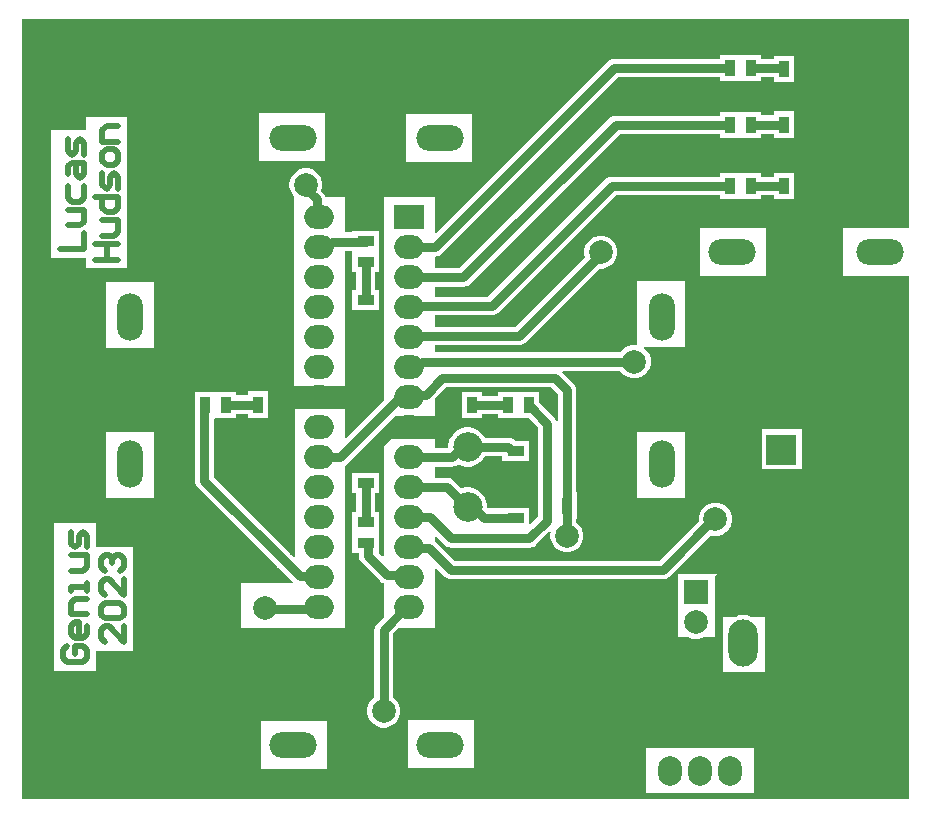
<source format=gtl>
%FSTAX24Y24*%
%MOMM*%
%SFA1B1*%

%IPPOS*%
%ADD10R,1.449997X0.899998*%
%ADD11R,0.899998X1.449997*%
%ADD12C,0.759998*%
%ADD13C,0.499999*%
%ADD14O,2.199996X3.999992*%
%ADD15C,1.999996*%
%ADD16R,1.999996X1.999996*%
%ADD17O,2.499995X3.999992*%
%ADD18O,3.999992X2.499995*%
%ADD19O,2.499995X1.999996*%
%ADD20R,2.499995X1.999996*%
%ADD21O,3.999992X2.199996*%
%ADD22C,2.499995*%
%ADD23R,2.499995X2.499995*%
%ADD24O,1.999996X2.499995*%
%ADD25C,3.499993*%
%LNpcb-1*%
%LPD*%
G36*
X750599Y483999D02*
X694699D01*
Y443399*
X750599*
Y0*
X0*
Y6604*
X750599*
Y483999*
G37*
%LNpcb-2*%
%LPC*%
G36*
X607699Y630599D02*
D01*
X607499*
X590699*
Y627199*
X501199*
X499199Y626899*
X497299Y626199*
X495699Y624899*
X350399Y479699*
X349199Y480199*
Y510499*
X306099*
Y337499*
X274199Y305699*
X273099Y306199*
Y3302*
X231099*
Y205799*
X229999Y205399*
X227899Y207399*
X162099Y273199*
Y322299*
X163199Y322799*
X164199*
X181199*
Y326299*
X191099*
Y323099*
X208099*
Y345599*
X191099*
Y342099*
X181199*
Y345299*
X164199*
X163199*
X146199*
Y322799*
X146399*
Y269899*
X146699Y267899*
X147399Y265999*
X148699Y264399*
X216699Y196299*
X228899Y184199*
X228399Y182899*
X185399*
Y144799*
X273099*
Y282699*
X273199*
X274799Y283999*
X315899Y325099*
X349199*
Y339399*
X358899Y348999*
X447599*
X453399Y343199*
Y320399*
X452099Y320199*
X451299Y322099*
X450099Y323699*
X437999Y335799*
Y345299*
X420999*
X419999*
X402999*
Y341899*
X389499*
Y345299*
X372499*
Y322799*
X389499*
Y326099*
X402999*
Y322799*
X419999*
X420999*
X428799*
X436599Y314899*
Y239499*
X430299Y233099*
X429099Y233599*
Y246999*
X406599*
Y246399*
X394299*
X3937Y246999*
Y249299*
X393099Y252499*
X391799Y255499*
X389999Y258199*
X387699Y260499*
X384999Y262299*
X381999Y263499*
X378799Y264199*
X375599*
X372399Y263499*
X371899Y263299*
X365399Y269699*
X363799Y270999*
X361899Y271799*
X359899Y271999*
X349199*
Y281699*
X363599*
X365599Y281999*
X367499Y282699*
X369199Y283999*
X369399Y283799*
X372399Y282599*
X375599Y281899*
X378799*
X381999Y282599*
X384999Y283799*
X387699Y285599*
X389999Y287899*
X391799Y290599*
X406599*
Y286399*
X429099*
Y303399*
X417699*
X417099Y303999*
X415399Y305299*
X414299Y305699*
X413499Y306099*
X411499Y306299*
X391799*
X389999Y308999*
X387699Y311299*
X384999Y313099*
X381999Y314299*
X378799Y314999*
X375599*
X372399Y314299*
X369399Y313099*
X366699Y311299*
X364399Y308999*
X362599Y306299*
X361299Y303299*
X360699Y300099*
Y297799*
X360299Y297399*
X349199*
Y3048*
X306099*
Y205799*
X304899Y205399*
X302799Y207499*
X302099Y208399*
Y208499*
Y225199*
Y225499*
Y226499*
Y226699*
Y243399*
X298699*
Y259499*
X302099*
Y276499*
X279599*
Y259499*
X282999*
Y243399*
X279599*
Y226699*
Y226499*
Y225499*
Y225199*
Y208399*
X284999*
Y206299*
X285199Y204199*
X285499Y203499*
X285999Y202299*
X287299Y200699*
X303199Y184799*
X3048Y183499*
X306099Y182999*
Y154599*
X300499Y148999*
X299199Y147399*
X298499Y145499*
X298199Y143499*
Y086499*
X297499Y086099*
X294899Y083499*
X292999Y080299*
X2921Y076799*
Y073099*
X292999Y069499*
X294899Y066299*
X297499Y063699*
X300699Y061899*
X304199Y060899*
X307899*
X311499Y061899*
X314699Y063699*
X317299Y066299*
X319099Y069499*
X320099Y073099*
Y076799*
X319099Y080299*
X317299Y083499*
X314699Y086099*
X313899Y086499*
Y140199*
X318499Y144799*
X349199*
Y195499*
X350399Y195999*
X357599Y188699*
X359299Y187499*
X361199Y186699*
X363199Y186399*
X542299*
X544299Y186699*
X545099Y186999*
X546199Y187499*
X547799Y188699*
X582999Y223799*
X585099Y223299*
X588799*
X592399Y224199*
X595599Y226099*
X598199Y228699*
X599999Y231899*
X600999Y235399*
Y239099*
X599999Y242699*
X598199Y245899*
X595599Y248499*
X592399Y250299*
X588799Y251299*
X585099*
X581599Y250299*
X578399Y248499*
X575799Y245899*
X573899Y242699*
X572999Y239099*
Y236099*
X538999Y202199*
X366499*
X350299Y218399*
X349199Y219199*
Y222199*
X350399Y222599*
X357599Y215399*
X359299Y214199*
X361199Y213399*
X363199Y213099*
X429299*
X431299Y213399*
X433199Y214199*
X434799Y215399*
X446399Y226999*
X447499Y226299*
X447199Y225099*
Y221499*
X448199Y217899*
X449999Y214699*
X452599Y212099*
X455799Y210299*
X459399Y209299*
X463099*
X466599Y210299*
X469799Y212099*
X472399Y214699*
X474299Y217899*
X475199Y221499*
Y225099*
X474299Y228699*
X472399Y231899*
X469799Y234499*
X469099Y234899*
Y237699*
X469499*
Y260199*
X469099*
Y346499*
X468799Y348499*
X468099Y350399*
X466799Y352099*
X4572Y361699*
X457699Y362999*
X506499*
X506999Y362199*
X509599Y359599*
X512799Y357799*
X516299Y356799*
X519999*
X523599Y357799*
X526799Y359599*
X529399Y362199*
X531199Y365399*
X532199Y368999*
Y372699*
X531199Y376199*
X529399Y379399*
X526799Y381999*
X526299Y382299*
X526599Y383499*
X561299*
Y439399*
X5207*
Y385399*
X519999Y384799*
X516299*
X512799Y383899*
X509599Y381999*
X506999Y379399*
X506499Y378699*
X349199*
Y384599*
X420399*
X422399Y384799*
X424299Y385599*
X425899Y386899*
X488599Y449499*
X491799*
X4953Y450499*
X498499Y452299*
X501099Y454899*
X502999Y458099*
X503899Y461699*
Y465399*
X502999Y468899*
X501099Y472099*
X498499Y474699*
X4953Y476599*
X491799Y477499*
X488099*
X484499Y476599*
X481299Y474699*
X478699Y472099*
X476899Y468899*
X475899Y465399*
Y461699*
X476499Y459699*
X417099Y400299*
X349199*
Y409999*
X397499*
X399499Y410199*
X401399Y410999*
X403099Y412299*
X502399Y511599*
X590699*
Y508199*
X607699*
X608699*
X625699*
Y511599*
X636699*
Y508199*
X653699*
Y530699*
X636699*
Y527299*
X625699*
Y530699*
X608699*
X607699*
X590699*
Y527299*
X499099*
X497099Y526999*
X495199Y526299*
X493499Y524999*
X394199Y425699*
X349199*
Y434099*
X373399*
X375399Y434399*
X377299Y435099*
X378999Y436399*
X505899Y563299*
X590699*
Y559899*
X607699*
X608699*
X625699*
Y563399*
X636499*
Y560099*
X653499*
Y582599*
X636499*
Y579199*
X625699*
Y582399*
X608699*
X607699*
X590699*
Y578999*
X502599*
X500599Y578799*
X498699Y577999*
X496999Y576699*
X370099Y449799*
X349199*
Y459499*
X351299Y459799*
X353199Y460499*
X354799Y461799*
X504499Y611499*
X590699*
Y608099*
X607699*
X608699*
X625699*
Y611299*
X636399*
Y607199*
X653399*
Y629699*
X636399*
Y627099*
X625699*
Y630599*
X608999*
X608699*
X607699*
G37*
G36*
X256499Y581499D02*
X200599D01*
Y540899*
X256499*
Y581499*
G37*
G36*
X381Y580299D02*
X325099D01*
Y539599*
X381*
Y580299*
G37*
G36*
X0889Y577999D02*
X053799D01*
Y566899*
X024599*
Y458499*
X053799*
Y449599*
X0889*
Y577999*
G37*
G36*
X629899Y483999D02*
X574099D01*
Y443399*
X629899*
Y483999*
G37*
G36*
X242099Y534499D02*
X238399D01*
X234799Y533499*
X231699Y531699*
X228999Y529099*
X227199Y525899*
X226199Y522299*
Y518599*
X227199Y515099*
X228999Y511899*
X229299Y511599*
X229899Y510499*
Y350499*
X273099*
Y464599*
X279199*
X279599Y464199*
Y463199*
Y462899*
Y446199*
X282999*
Y431599*
X279599*
Y414599*
X302099*
Y431599*
X298699*
Y446199*
X302099*
Y462899*
Y463199*
Y464199*
Y464399*
Y481199*
X279599*
Y480299*
X273099*
Y510499*
X256699*
X256099Y512099*
X254799Y513699*
X253299Y515199*
X254199Y518599*
Y522299*
X253299Y525899*
X251499Y529099*
X248799Y531699*
X245699Y533499*
X242099Y534499*
G37*
G36*
X111899Y438099D02*
X071199D01*
Y382299*
X111899*
Y438099*
G37*
G36*
X6604Y313699D02*
X626099D01*
Y2794*
X6604*
Y313699*
G37*
G36*
X561299Y311099D02*
X5207D01*
Y255299*
X561299*
Y311099*
G37*
G36*
X111899D02*
X071199D01*
Y255299*
X111899*
Y311099*
G37*
G36*
X587999Y1905D02*
X554999D01*
Y137199*
X564199*
X564799Y136799*
X568399Y135899*
X572099*
X575599Y136799*
X576199Y137199*
X586699*
Y189199*
X587999Y1905*
G37*
G36*
X062199Y234299D02*
X027199D01*
Y109199*
X062199*
Y125699*
X093999*
Y214099*
X062199*
Y234299*
G37*
G36*
X610599Y156199D02*
X607299Y155799D01*
X604399Y154899*
X593099*
Y107999*
X628699*
Y154899*
X616799*
X613799Y155799*
X610599Y156199*
G37*
G36*
X382299Y067399D02*
X326399D01*
Y026799*
X382299*
Y067399*
G37*
G36*
X257799Y066199D02*
X201899D01*
Y025499*
X257799*
Y066199*
G37*
G36*
X619799Y043199D02*
X528299D01*
Y005099*
X619799*
Y043199*
G37*
%LNpcb-3*%
%LPD*%
G54D10*
X290799Y454699D03*
Y472699D03*
Y234999D03*
Y216899D03*
X417799Y256499D03*
Y238499D03*
Y276899D03*
Y294899D03*
X290799Y423099D03*
Y405099D03*
Y267999D03*
Y285999D03*
G54D11*
X645199Y519399D03*
X663199D03*
X644999Y571299D03*
X662999D03*
X644899Y618499D03*
X662899D03*
X411499Y333999D03*
X429499D03*
X154699D03*
X172699D03*
X478999Y248899D03*
X460999D03*
X199599Y334399D03*
X217599D03*
X362999Y333999D03*
X381D03*
X617199Y571199D03*
X599199D03*
X617199Y619299D03*
X599199D03*
X617199Y519399D03*
X599199D03*
G54D12*
X646399Y648999D02*
X662899Y632499D01*
X291599Y610099D02*
X330399Y648999D01*
X646399*
X662899Y618499D02*
Y632499D01*
Y618499D02*
X662999D01*
X220799Y340399D02*
X270499D01*
X290799Y360699D02*
Y405099D01*
X270499Y340399D02*
X290799Y360699D01*
X662999Y571299D02*
X663099Y571199D01*
X662999Y571399D02*
Y571299D01*
X663099Y519499D02*
X663199Y519399D01*
X663099Y519499D02*
Y571199D01*
X662999Y571399D02*
Y618499D01*
X662499Y417399D02*
Y518699D01*
X6604Y415299D02*
X662499Y417399D01*
Y518699D02*
X663199Y519399D01*
X494999Y248899D02*
X509399Y234499D01*
X510799*
X478999Y248899D02*
X494999D01*
X325199Y162599D02*
X327699D01*
X306099Y074899D02*
Y143499D01*
X325199Y162599*
X137199Y445799D02*
X220799Y362099D01*
Y340399D02*
Y362099D01*
X338599Y370799D02*
X518199D01*
X333499Y365799D02*
X338599Y370799D01*
X327699Y365799D02*
X333499D01*
X401399Y270199D02*
X415099Y256499D01*
X417799*
Y276899*
X360999Y330599D02*
X362299D01*
X327699Y314999D02*
X345399D01*
X362999Y331299D02*
Y333999D01*
X345399Y314999D02*
X360999Y330599D01*
X362299D02*
X362999Y331299D01*
X325299Y312599D02*
X327699Y314999D01*
X293599Y285999D02*
X294299Y286699D01*
Y292999D02*
X313899Y312599D01*
X290799Y285999D02*
X293599D01*
X294299Y286699D02*
Y292999D01*
X313899Y312599D02*
X325299D01*
X292799Y206299D02*
Y216299D01*
X290799Y216899D02*
X2921D01*
X292799Y216299*
Y206299D02*
X308799Y190299D01*
X262399Y472399D02*
X290799D01*
X502599Y571199D02*
X599199D01*
X373399Y441999D02*
X502599Y571199D01*
X542299Y194299D02*
X586099Y238099D01*
X240199Y517099D02*
Y520499D01*
X249299Y494999D02*
Y508099D01*
Y494999D02*
X251499Y492799D01*
X240199Y517099D02*
X249299Y508099D01*
X461199Y223299D02*
Y346499D01*
X341499Y342699D02*
X3556Y356899D01*
X450799*
X461199Y346499*
X204899Y161299D02*
X253499D01*
X175299Y333999D02*
X175399Y334199D01*
X199399*
X269199Y289599D02*
X317699Y337999D01*
X325299*
X329999Y342699*
X251499Y289599D02*
X269199D01*
X329999Y342699D02*
X341499D01*
X411499Y298399D02*
X415099Y294899D01*
X377199Y298399D02*
X411499D01*
X415099Y294899D02*
X417799D01*
X377199Y247599D02*
X381899D01*
X390999Y238499*
X417799*
X359899Y264199D02*
X376399Y247599D01*
X327699Y264199D02*
X359899D01*
X376399Y247599D02*
X377199D01*
X372499Y298399D02*
X377199D01*
X327699Y289599D02*
X363599D01*
X372499Y298399*
X429299Y220999D02*
X4445Y236199D01*
Y318199*
X363199Y220999D02*
X429299D01*
X428699Y333999D02*
X4445Y318199D01*
X326199Y467399D02*
X349199D01*
X501199Y619299*
X326699Y441999D02*
X373399D01*
X327099Y417799D02*
X397499D01*
X499099Y519399*
X325799Y392399D02*
X420399D01*
X491499Y463499*
X363199Y194299D02*
X542299D01*
X328199Y212799D02*
X344699D01*
X363199Y194299*
X327699Y213399D02*
X328199Y212799D01*
X327699Y238799D02*
X345399D01*
X363199Y220999*
X308799Y190299D02*
X325299D01*
X327699Y187999*
X250299Y189099D02*
X251499Y187999D01*
X222299Y201899D02*
D01*
X235099Y189099*
X250299*
X154299Y269899D02*
X222299Y201899D01*
X154299Y269899D02*
Y333999D01*
X257299Y467399D02*
X262399Y472399D01*
X251499Y467399D02*
X257299D01*
X290799Y423099D02*
Y454699D01*
Y238199D02*
Y267999D01*
X617199Y519399D02*
X645199D01*
X617399Y571299D02*
X644999D01*
X617199Y571199D02*
X617399Y571299D01*
X644999D02*
X645199Y5715D01*
X644999Y619199D02*
X645099Y619099D01*
X617199Y619299D02*
X617399Y619199D01*
X644999*
X091399Y274799D02*
Y283799D01*
X381Y333999D02*
D01*
X407699*
X499099Y519399D02*
X599199D01*
X600999Y463499D02*
X601099D01*
X501199Y619299D02*
X599199D01*
X5715Y151199D02*
Y1524D01*
G54D13*
X086399Y146599D02*
Y133299D01*
X073099Y146599*
X069799*
X066399Y143299*
Y136599*
X069799Y133299*
Y153299D02*
X066399Y156599D01*
Y163299*
X069799Y166599*
X083099*
X086399Y163299*
Y156599*
X083099Y153299*
X069799*
X086399Y186599D02*
Y173299D01*
X073099Y186599*
X069799*
X066399Y183299*
Y176599*
X069799Y173299*
Y193299D02*
X066399Y196599D01*
Y2032*
X069799Y206599*
X073099*
X076399Y2032*
Y199899*
Y2032*
X079799Y206599*
X083099*
X086399Y2032*
Y196599*
X083099Y193299*
X061399Y457099D02*
X081399D01*
X071399*
Y470399*
X061399*
X081399*
X067999Y477099D02*
X077999D01*
X081399Y480399*
Y490399*
X067999*
X061399Y510399D02*
X081399D01*
Y500399*
X077999Y497099*
X071399*
X067999Y500399*
Y510399*
X081399Y517099D02*
Y527099D01*
X077999Y530399*
X074699Y527099*
Y520399*
X071399Y517099*
X067999Y520399*
Y530399*
X081399Y540399D02*
Y547099D01*
X077999Y550399*
X071399*
X067999Y547099*
Y540399*
X071399Y537099*
X077999*
X081399Y540399*
Y557099D02*
X067999D01*
Y567099*
X071399Y570399*
X081399*
X032199Y465999D02*
X052199D01*
Y479299*
X038799Y485999D02*
X048799D01*
X052199Y489299*
Y499299*
X038799*
Y519299D02*
Y509299D01*
X042199Y505999*
X048799*
X052199Y509299*
Y519299*
X038799Y529299D02*
Y535999D01*
X042199Y539299*
X052199*
Y529299*
X048799Y525999*
X045499Y529299*
Y539299*
X052199Y545999D02*
Y555999D01*
X048799Y559299*
X045499Y555999*
Y549299*
X042199Y545999*
X038799Y549299*
Y559299*
X037999Y130099D02*
X034699Y126799D01*
Y120099*
X037999Y116799*
X051399*
X054699Y120099*
Y126799*
X051399Y130099*
X044699*
Y123399*
X054699Y146799D02*
Y140099D01*
X051399Y136799*
X044699*
X041399Y140099*
Y146799*
X044699Y150099*
X047999*
Y136799*
X054699Y156699D02*
X041399D01*
Y166699*
X044699Y170099*
X054699*
Y176699D02*
Y183399D01*
Y180099*
X041399*
Y176699*
Y193399D02*
X051399D01*
X054699Y196699*
Y206699*
X041399*
X054699Y213399D02*
Y223399D01*
X051399Y226699*
X047999Y223399*
Y216699*
X044699Y213399*
X041399Y216699*
Y226699*
G54D14*
X490599Y283799D03*
Y408799D03*
X541399Y283799D03*
Y408799D03*
X040599Y283799D03*
Y408799D03*
X091399Y283799D03*
Y408799D03*
G54D15*
X570199Y149899D03*
X291599Y610099D03*
X6604Y415299D03*
X510799Y234499D03*
X306099Y074899D03*
X137199Y445799D03*
X518199Y370799D03*
X391399Y272599D03*
X586999Y237299D03*
X489899Y463499D03*
X240199Y520499D03*
X461199Y223299D03*
X205999Y162299D03*
G54D16*
X570199Y175299D03*
G54D17*
X610599Y132099D03*
X670599D03*
G54D18*
X643599Y183099D03*
G54D19*
X251499Y492799D03*
Y467399D03*
Y441999D03*
Y416599D03*
Y391199D03*
Y365799D03*
Y340399D03*
Y314999D03*
Y289599D03*
Y264199D03*
Y238799D03*
Y213399D03*
Y187999D03*
Y162599D03*
X327699D03*
Y187999D03*
Y213399D03*
Y238799D03*
Y264199D03*
Y289599D03*
Y314999D03*
Y340399D03*
Y365799D03*
Y391199D03*
Y416599D03*
Y441999D03*
Y467399D03*
G54D20*
X327699Y492799D03*
G54D21*
X353899Y045799D03*
X228899D03*
X353899Y096599D03*
X228899D03*
X601099Y463499D03*
X726099D03*
X601099Y412699D03*
X726099D03*
X228899Y610899D03*
X353899D03*
X228899Y560099D03*
X353899D03*
G54D22*
X377199Y298399D03*
Y247599D03*
X716399Y295899D03*
G54D23*
X642599Y295899D03*
G54D24*
X599399Y024099D03*
X573999D03*
X548599D03*
G54D25*
X709999Y039999D03*
X039999D03*
Y619999D03*
X709999D03*
M02*
</source>
